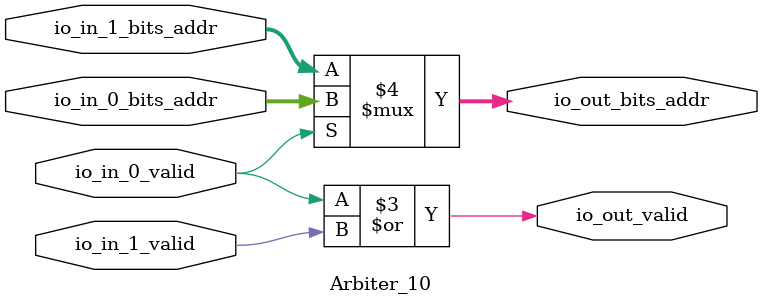
<source format=v>
module Arbiter_10(
  input         io_in_0_valid,
  input  [31:0] io_in_0_bits_addr,
  input         io_in_1_valid,
  input  [31:0] io_in_1_bits_addr,
  output        io_out_valid,
  output [31:0] io_out_bits_addr
);
  wire  grant_1 = ~io_in_0_valid; // @[Arbiter.scala 45:78]
  assign io_out_valid = ~grant_1 | io_in_1_valid; // @[Arbiter.scala 147:31]
  assign io_out_bits_addr = io_in_0_valid ? io_in_0_bits_addr : io_in_1_bits_addr; // @[Arbiter.scala 136:15 138:26 140:19]
endmodule

</source>
